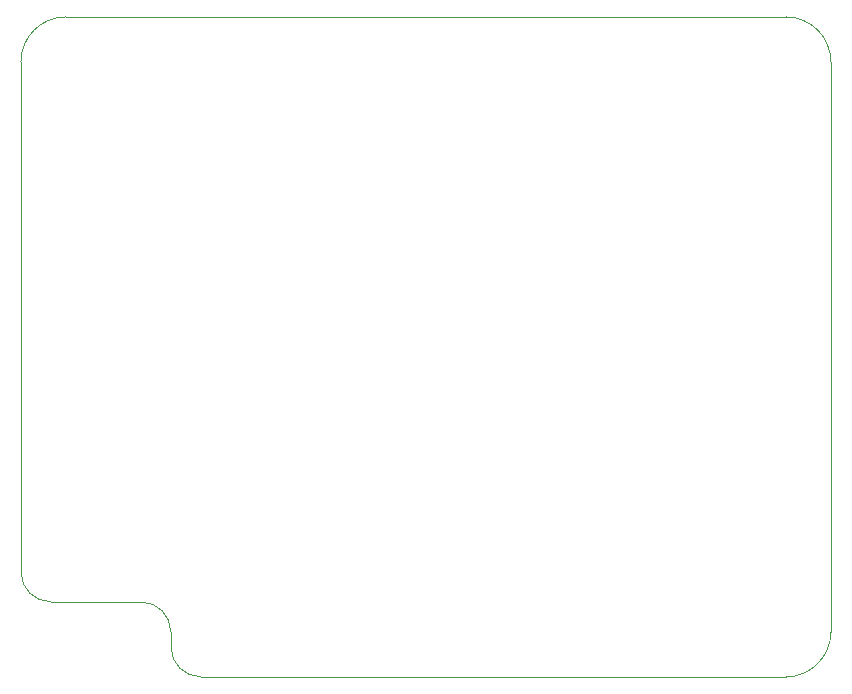
<source format=gbr>
%TF.GenerationSoftware,KiCad,Pcbnew,(7.0.0)*%
%TF.CreationDate,2025-01-20T14:18:13+11:00*%
%TF.ProjectId,shield-v3,73686965-6c64-42d7-9633-2e6b69636164,rev?*%
%TF.SameCoordinates,Original*%
%TF.FileFunction,Profile,NP*%
%FSLAX46Y46*%
G04 Gerber Fmt 4.6, Leading zero omitted, Abs format (unit mm)*
G04 Created by KiCad (PCBNEW (7.0.0)) date 2025-01-20 14:18:13*
%MOMM*%
%LPD*%
G01*
G04 APERTURE LIST*
%TA.AperFunction,Profile*%
%ADD10C,0.100000*%
%TD*%
G04 APERTURE END LIST*
D10*
X50800000Y-60960000D02*
X111760000Y-60960000D01*
X50800000Y-60960000D02*
G75*
G03*
X46990000Y-64770000I0J-3810000D01*
G01*
X46990000Y-107950000D02*
X46990000Y-64770000D01*
X111760000Y-116840000D02*
X62230000Y-116840000D01*
X59690000Y-113030000D02*
G75*
G03*
X57150000Y-110490000I-2540000J0D01*
G01*
X59690000Y-114300000D02*
G75*
G03*
X62230000Y-116840000I2540000J0D01*
G01*
X115570000Y-64770000D02*
X115570000Y-113030000D01*
X59690000Y-113030000D02*
X59690000Y-114300000D01*
X115570000Y-64770000D02*
G75*
G03*
X111760000Y-60960000I-3810000J0D01*
G01*
X49530000Y-110490000D02*
X57150000Y-110490000D01*
X46990000Y-107950000D02*
G75*
G03*
X49530000Y-110490000I2540000J0D01*
G01*
X111760000Y-116840000D02*
G75*
G03*
X115570000Y-113030000I0J3810000D01*
G01*
M02*

</source>
